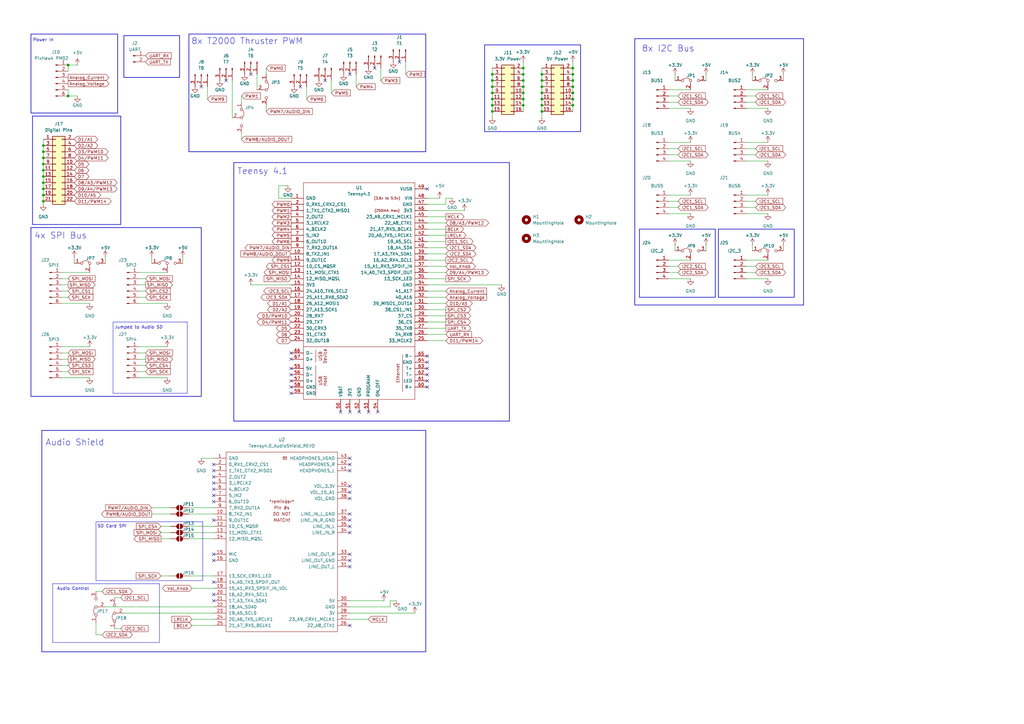
<source format=kicad_sch>
(kicad_sch (version 20231120) (generator "eeschema") (generator_version "8.0")
  (paper "A3")
  (title_block (title "Teensy Adapter Board") (rev "0") (company "Stanford Robosub") (comment 1 "Blame: Vassilis Alexopoulos") (comment 2 "valex@stanford.edu") (comment 3 "459 Lagunita Dr") (comment 4 "Stanford, CA"))
  (junction (at 201.93 33.02))
  (junction (at 234.95 33.02))
  (junction (at 234.95 40.64))
  (junction (at 17.78 80.01))
  (junction (at 201.93 35.56))
  (junction (at 214.63 40.64))
  (junction (at 234.95 30.48))
  (junction (at 222.25 38.1))
  (junction (at 17.78 77.47))
  (junction (at 17.78 67.31))
  (junction (at 234.95 43.18))
  (junction (at 214.63 38.1))
  (junction (at 234.95 35.56))
  (junction (at 201.93 38.1))
  (junction (at 201.93 45.72))
  (junction (at 214.63 33.02))
  (junction (at 222.25 30.48))
  (junction (at 214.63 35.56))
  (junction (at 17.78 62.23))
  (junction (at 17.78 64.77))
  (junction (at 17.78 59.69))
  (junction (at 222.25 40.64))
  (junction (at 214.63 27.94))
  (junction (at 17.78 72.39))
  (junction (at 222.25 43.18))
  (junction (at 222.25 35.56))
  (junction (at 214.63 43.18))
  (junction (at 214.63 30.48))
  (junction (at 201.93 43.18))
  (junction (at 201.93 30.48))
  (junction (at 27.94 39.37))
  (junction (at 17.78 82.55))
  (junction (at 27.94 26.67))
  (junction (at 222.25 33.02))
  (junction (at 222.25 45.72))
  (junction (at 17.78 74.93))
  (junction (at 17.78 69.85))
  (junction (at 234.95 27.94))
  (junction (at 201.93 40.64))
  (junction (at 234.95 38.1))
  (no_connect (at 143.51 201.93))
  (no_connect (at 133.35 33.02))
  (no_connect (at 87.63 227.33))
  (no_connect (at 143.51 229.87))
  (no_connect (at 102.87 30.48))
  (no_connect (at 143.51 213.36))
  (no_connect (at 143.51 218.44))
  (no_connect (at 143.51 256.54))
  (no_connect (at 143.51 190.5))
  (no_connect (at 147.32 168.91))
  (no_connect (at 87.63 190.5))
  (no_connect (at 175.26 151.13))
  (no_connect (at 87.63 198.12))
  (no_connect (at 175.26 77.47))
  (no_connect (at 119.38 156.21))
  (no_connect (at 143.51 215.9))
  (no_connect (at 175.26 156.21))
  (no_connect (at 87.63 246.38))
  (no_connect (at 143.51 210.82))
  (no_connect (at 119.38 151.13))
  (no_connect (at 119.38 153.67))
  (no_connect (at 92.71 33.02))
  (no_connect (at 175.26 146.05))
  (no_connect (at 119.38 158.75))
  (no_connect (at 143.51 168.91))
  (no_connect (at 143.51 199.39))
  (no_connect (at 87.63 213.36))
  (no_connect (at 123.19 35.56))
  (no_connect (at 87.63 243.84))
  (no_connect (at 143.51 204.47))
  (no_connect (at 87.63 193.04))
  (no_connect (at 153.67 27.94))
  (no_connect (at 143.51 232.41))
  (no_connect (at 143.51 187.96))
  (no_connect (at 175.26 148.59))
  (no_connect (at 143.51 193.04))
  (no_connect (at 119.38 161.29))
  (no_connect (at 143.51 30.48))
  (no_connect (at 119.38 144.78))
  (no_connect (at 119.38 147.32))
  (no_connect (at 151.13 168.91))
  (no_connect (at 175.26 158.75))
  (no_connect (at 87.63 205.74))
  (no_connect (at 143.51 227.33))
  (no_connect (at 87.63 195.58))
  (no_connect (at 154.94 168.91))
  (no_connect (at 87.63 203.2))
  (no_connect (at 87.63 200.66))
  (no_connect (at 163.83 25.4))
  (no_connect (at 82.55 35.56))
  (no_connect (at 139.7 168.91))
  (no_connect (at 87.63 229.87))
  (no_connect (at 175.26 153.67))
  (no_connect (at 87.63 238.76))
  (wire (pts (xy 57.15 147.32) (xy 59.69 147.32)))
  (wire (pts (xy 160.02 248.92) (xy 143.51 248.92)))
  (wire (pts (xy 274.32 80.01) (xy 283.21 80.01)))
  (wire (pts (xy 175.26 111.76) (xy 182.88 111.76)))
  (wire (pts (xy 274.32 114.3) (xy 283.21 114.3)))
  (wire (pts (xy 222.25 43.18) (xy 222.25 45.72)))
  (wire (pts (xy 306.07 66.04) (xy 314.96 66.04)))
  (wire (pts (xy 214.63 30.48) (xy 214.63 33.02)))
  (wire (pts (xy 306.07 82.55) (xy 309.88 82.55)))
  (wire (pts (xy 25.4 121.92) (xy 27.94 121.92)))
  (wire (pts (xy 109.22 27.94) (xy 109.22 30.48)))
  (wire (pts (xy 175.26 104.14) (xy 182.88 104.14)))
  (wire (pts (xy 17.78 74.93) (xy 17.78 77.47)))
  (wire (pts (xy 175.26 134.62) (xy 182.88 134.62)))
  (wire (pts (xy 306.07 58.42) (xy 314.96 58.42)))
  (wire (pts (xy 306.07 111.76) (xy 309.88 111.76)))
  (wire (pts (xy 143.51 254) (xy 151.13 254)))
  (wire (pts (xy 201.93 40.64) (xy 201.93 43.18)))
  (wire (pts (xy 66.04 236.22) (xy 69.85 236.22)))
  (wire (pts (xy 234.95 27.94) (xy 234.95 30.48)))
  (wire (pts (xy 146.05 35.56) (xy 146.05 30.48)))
  (wire (pts (xy 308.61 30.48) (xy 308.61 33.02)))
  (wire (pts (xy 274.32 87.63) (xy 283.21 87.63)))
  (wire (pts (xy 306.07 60.96) (xy 309.88 60.96)))
  (wire (pts (xy 17.78 82.55) (xy 17.78 83.82)))
  (wire (pts (xy 175.26 121.92) (xy 182.88 121.92)))
  (wire (pts (xy 39.37 255.27) (xy 39.37 260.35)))
  (wire (pts (xy 77.47 220.98) (xy 87.63 220.98)))
  (wire (pts (xy 17.78 72.39) (xy 17.78 74.93)))
  (wire (pts (xy 114.3 76.2) (xy 114.3 81.28)))
  (wire (pts (xy 25.4 142.24) (xy 36.83 142.24)))
  (wire (pts (xy 306.07 85.09) (xy 309.88 85.09)))
  (wire (pts (xy 306.07 36.83) (xy 314.96 36.83)))
  (wire (pts (xy 175.26 114.3) (xy 182.88 114.3)))
  (wire (pts (xy 57.15 152.4) (xy 59.69 152.4)))
  (wire (pts (xy 306.07 44.45) (xy 314.96 44.45)))
  (wire (pts (xy 274.32 41.91) (xy 278.13 41.91)))
  (wire (pts (xy 99.06 39.37) (xy 99.06 41.91)))
  (wire (pts (xy 17.78 67.31) (xy 17.78 69.85)))
  (wire (pts (xy 25.4 147.32) (xy 27.94 147.32)))
  (wire (pts (xy 82.55 187.96) (xy 87.63 187.96)))
  (wire (pts (xy 39.37 260.35) (xy 41.91 260.35)))
  (wire (pts (xy 175.26 106.68) (xy 182.88 106.68)))
  (wire (pts (xy 274.32 60.96) (xy 278.13 60.96)))
  (wire (pts (xy 182.88 81.28) (xy 185.42 81.28)))
  (wire (pts (xy 46.99 257.81) (xy 49.53 257.81)))
  (wire (pts (xy 17.78 62.23) (xy 17.78 64.77)))
  (wire (pts (xy 175.26 124.46) (xy 182.88 124.46)))
  (wire (pts (xy 95.25 48.26) (xy 95.25 33.02)))
  (wire (pts (xy 25.4 144.78) (xy 27.94 144.78)))
  (wire (pts (xy 175.26 137.16) (xy 182.88 137.16)))
  (wire (pts (xy 182.88 101.6) (xy 175.26 101.6)))
  (wire (pts (xy 17.78 77.47) (xy 17.78 80.01)))
  (wire (pts (xy 166.37 25.4) (xy 166.37 30.48)))
  (wire (pts (xy 27.94 26.67) (xy 27.94 29.21)))
  (wire (pts (xy 66.04 218.44) (xy 69.85 218.44)))
  (wire (pts (xy 62.23 208.28) (xy 69.85 208.28)))
  (wire (pts (xy 201.93 33.02) (xy 201.93 35.56)))
  (wire (pts (xy 234.95 43.18) (xy 234.95 45.72)))
  (wire (pts (xy 25.4 114.3) (xy 27.94 114.3)))
  (wire (pts (xy 201.93 30.48) (xy 201.93 33.02)))
  (wire (pts (xy 289.56 30.48) (xy 289.56 33.02)))
  (wire (pts (xy 78.74 241.3) (xy 87.63 241.3)))
  (wire (pts (xy 214.63 25.4) (xy 214.63 27.94)))
  (wire (pts (xy 25.4 111.76) (xy 36.83 111.76)))
  (wire (pts (xy 27.94 26.67) (xy 31.75 26.67)))
  (wire (pts (xy 66.04 215.9) (xy 69.85 215.9)))
  (wire (pts (xy 214.63 27.94) (xy 214.63 30.48)))
  (wire (pts (xy 222.25 33.02) (xy 222.25 35.56)))
  (wire (pts (xy 276.86 100.33) (xy 276.86 102.87)))
  (wire (pts (xy 274.32 39.37) (xy 278.13 39.37)))
  (wire (pts (xy 321.31 100.33) (xy 321.31 102.87)))
  (wire (pts (xy 160.02 246.38) (xy 162.56 246.38)))
  (wire (pts (xy 175.26 139.7) (xy 182.88 139.7)))
  (wire (pts (xy 201.93 38.1) (xy 201.93 40.64)))
  (wire (pts (xy 77.47 215.9) (xy 87.63 215.9)))
  (wire (pts (xy 43.18 105.41) (xy 43.18 107.95)))
  (wire (pts (xy 77.47 208.28) (xy 87.63 208.28)))
  (wire (pts (xy 222.25 30.48) (xy 222.25 33.02)))
  (wire (pts (xy 234.95 35.56) (xy 234.95 38.1)))
  (wire (pts (xy 77.47 236.22) (xy 87.63 236.22)))
  (wire (pts (xy 25.4 116.84) (xy 27.94 116.84)))
  (wire (pts (xy 308.61 100.33) (xy 308.61 102.87)))
  (wire (pts (xy 57.15 142.24) (xy 68.58 142.24)))
  (wire (pts (xy 156.21 27.94) (xy 156.21 33.02)))
  (wire (pts (xy 25.4 124.46) (xy 36.83 124.46)))
  (wire (pts (xy 306.07 41.91) (xy 309.88 41.91)))
  (wire (pts (xy 306.07 106.68) (xy 314.96 106.68)))
  (wire (pts (xy 175.26 86.36) (xy 190.5 86.36)))
  (wire (pts (xy 105.41 30.48) (xy 105.41 36.83)))
  (wire (pts (xy 85.09 40.64) (xy 85.09 35.56)))
  (wire (pts (xy 214.63 40.64) (xy 214.63 43.18)))
  (wire (pts (xy 57.15 144.78) (xy 59.69 144.78)))
  (wire (pts (xy 57.15 114.3) (xy 59.69 114.3)))
  (wire (pts (xy 201.93 43.18) (xy 201.93 45.72)))
  (wire (pts (xy 306.07 63.5) (xy 309.88 63.5)))
  (wire (pts (xy 43.18 248.92) (xy 87.63 248.92)))
  (wire (pts (xy 274.32 66.04) (xy 283.21 66.04)))
  (wire (pts (xy 175.26 93.98) (xy 182.88 93.98)))
  (wire (pts (xy 57.15 124.46) (xy 68.58 124.46)))
  (wire (pts (xy 201.93 45.72) (xy 201.93 48.26)))
  (wire (pts (xy 57.15 116.84) (xy 59.69 116.84)))
  (wire (pts (xy 234.95 33.02) (xy 234.95 35.56)))
  (wire (pts (xy 25.4 119.38) (xy 27.94 119.38)))
  (wire (pts (xy 57.15 121.92) (xy 59.69 121.92)))
  (wire (pts (xy 234.95 38.1) (xy 234.95 40.64)))
  (wire (pts (xy 27.94 39.37) (xy 31.75 39.37)))
  (wire (pts (xy 306.07 80.01) (xy 314.96 80.01)))
  (wire (pts (xy 274.32 36.83) (xy 283.21 36.83)))
  (wire (pts (xy 118.11 76.2) (xy 114.3 76.2)))
  (wire (pts (xy 66.04 220.98) (xy 69.85 220.98)))
  (wire (pts (xy 160.02 246.38) (xy 160.02 248.92)))
  (wire (pts (xy 274.32 63.5) (xy 278.13 63.5)))
  (wire (pts (xy 306.07 109.22) (xy 309.88 109.22)))
  (wire (pts (xy 274.32 106.68) (xy 283.21 106.68)))
  (wire (pts (xy 274.32 58.42) (xy 283.21 58.42)))
  (wire (pts (xy 182.88 83.82) (xy 175.26 83.82)))
  (wire (pts (xy 143.51 251.46) (xy 170.18 251.46)))
  (wire (pts (xy 274.32 82.55) (xy 278.13 82.55)))
  (wire (pts (xy 46.99 245.11) (xy 49.53 245.11)))
  (wire (pts (xy 27.94 36.83) (xy 27.94 39.37)))
  (wire (pts (xy 222.25 27.94) (xy 222.25 30.48)))
  (wire (pts (xy 321.31 30.48) (xy 321.31 33.02)))
  (wire (pts (xy 77.47 218.44) (xy 87.63 218.44)))
  (wire (pts (xy 109.22 45.72) (xy 109.22 43.18)))
  (wire (pts (xy 175.26 132.08) (xy 182.88 132.08)))
  (wire (pts (xy 50.8 251.46) (xy 87.63 251.46)))
  (wire (pts (xy 17.78 64.77) (xy 17.78 67.31)))
  (wire (pts (xy 276.86 30.48) (xy 276.86 33.02)))
  (wire (pts (xy 274.32 44.45) (xy 283.21 44.45)))
  (wire (pts (xy 78.74 254) (xy 87.63 254)))
  (wire (pts (xy 17.78 57.15) (xy 17.78 59.69)))
  (wire (pts (xy 182.88 129.54) (xy 175.26 129.54)))
  (wire (pts (xy 30.48 105.41) (xy 30.48 107.95)))
  (wire (pts (xy 274.32 109.22) (xy 278.13 109.22)))
  (wire (pts (xy 175.26 88.9) (xy 182.88 88.9)))
  (wire (pts (xy 222.25 38.1) (xy 222.25 40.64)))
  (wire (pts (xy 234.95 30.48) (xy 234.95 33.02)))
  (wire (pts (xy 214.63 43.18) (xy 214.63 45.72)))
  (wire (pts (xy 201.93 35.56) (xy 201.93 38.1)))
  (wire (pts (xy 77.47 210.82) (xy 87.63 210.82)))
  (wire (pts (xy 289.56 100.33) (xy 289.56 102.87)))
  (wire (pts (xy 182.88 81.28) (xy 182.88 83.82)))
  (wire (pts (xy 78.74 256.54) (xy 87.63 256.54)))
  (wire (pts (xy 175.26 116.84) (xy 205.74 116.84)))
  (wire (pts (xy 99.06 54.61) (xy 99.06 57.15)))
  (wire (pts (xy 214.63 33.02) (xy 214.63 35.56)))
  (wire (pts (xy 175.26 96.52) (xy 182.88 96.52)))
  (wire (pts (xy 306.07 39.37) (xy 309.88 39.37)))
  (wire (pts (xy 214.63 35.56) (xy 214.63 38.1)))
  (wire (pts (xy 57.15 149.86) (xy 59.69 149.86)))
  (wire (pts (xy 17.78 59.69) (xy 17.78 62.23)))
  (wire (pts (xy 25.4 154.94) (xy 36.83 154.94)))
  (wire (pts (xy 125.73 40.64) (xy 125.73 35.56)))
  (wire (pts (xy 62.23 210.82) (xy 69.85 210.82)))
  (wire (pts (xy 17.78 69.85) (xy 17.78 72.39)))
  (wire (pts (xy 175.26 109.22) (xy 182.88 109.22)))
  (wire (pts (xy 57.15 119.38) (xy 59.69 119.38)))
  (wire (pts (xy 25.4 152.4) (xy 27.94 152.4)))
  (wire (pts (xy 222.25 40.64) (xy 222.25 43.18)))
  (wire (pts (xy 201.93 27.94) (xy 201.93 30.48)))
  (wire (pts (xy 175.26 91.44) (xy 182.88 91.44)))
  (wire (pts (xy 102.87 116.84) (xy 119.38 116.84)))
  (wire (pts (xy 57.15 154.94) (xy 68.58 154.94)))
  (wire (pts (xy 114.3 81.28) (xy 119.38 81.28)))
  (wire (pts (xy 182.88 99.06) (xy 175.26 99.06)))
  (wire (pts (xy 175.26 81.28) (xy 180.34 81.28)))
  (wire (pts (xy 222.25 45.72) (xy 222.25 48.26)))
  (wire (pts (xy 214.63 38.1) (xy 214.63 40.64)))
  (wire (pts (xy 62.23 105.41) (xy 62.23 107.95)))
  (wire (pts (xy 57.15 111.76) (xy 68.58 111.76)))
  (wire (pts (xy 143.51 246.38) (xy 157.48 246.38)))
  (wire (pts (xy 39.37 242.57) (xy 41.91 242.57)))
  (wire (pts (xy 274.32 111.76) (xy 278.13 111.76)))
  (wire (pts (xy 17.78 80.01) (xy 17.78 82.55)))
  (wire (pts (xy 274.32 85.09) (xy 278.13 85.09)))
  (wire (pts (xy 306.07 87.63) (xy 314.96 87.63)))
  (wire (pts (xy 234.95 25.4) (xy 234.95 27.94)))
  (wire (pts (xy 234.95 40.64) (xy 234.95 43.18)))
  (wire (pts (xy 182.88 127) (xy 175.26 127)))
  (wire (pts (xy 135.89 38.1) (xy 135.89 33.02)))
  (wire (pts (xy 25.4 149.86) (xy 27.94 149.86)))
  (wire (pts (xy 222.25 35.56) (xy 222.25 38.1)))
  (wire (pts (xy 175.26 119.38) (xy 182.88 119.38)))
  (wire (pts (xy 74.93 105.41) (xy 74.93 107.95)))
  (wire (pts (xy 306.07 114.3) (xy 314.96 114.3)))
  (rectangle (start 50.8 14.605) (end 73.66 31.75) (stroke (width 0.254)))
  (rectangle (start 198.755 18.415) (end 238.125 53.975) (stroke (width 0.254)))
  (rectangle (start 13.335 47.625) (end 49.53 92.075) (stroke (width 0.254)))
  (rectangle (start 46.355 132.08) (end 76.835 161.29))
  (rectangle (start 21.59 239.395) (end 65.405 263.525))
  (rectangle (start 260.35 15.875) (end 329.565 125.095) (stroke (width 0.254)))
  (rectangle (start 95.885 66.675) (end 208.915 172.72) (stroke (width 0.254)))
  (rectangle (start 294.64 93.98) (end 325.755 121.92) (stroke (width 0.254)))
  (rectangle (start 12.7 13.97) (end 48.26 46.355) (stroke (width 0.254)))
  (rectangle (start 262.255 93.98) (end 293.37 121.92) (stroke (width 0.254)))
  (rectangle (start 39.37 213.995) (end 83.185 238.125))
  (rectangle (start 77.47 13.97) (end 174.625 62.23) (stroke (width 0.254)))
  (rectangle (start 12.7 93.345) (end 82.55 162.56) (stroke (width 0.254)))
  (rectangle (start 17.145 176.53) (end 174.625 267.335) (stroke (width 0.254)))
  (text "8x T2000 Thruster PWM" (at 101.346 17.018 0) (effects (font (size 2.54 2.54))))
  (text "4x SPI Bus" (at 24.892 96.774 0) (effects (font (size 2.54 2.54))))
  (text "Teensy 4.1" (at 107.696 70.358 0) (effects (font (size 2.54 2.54))))
  (text "Audio Control" (at 29.972 241.554 0) (effects (font (size 1.27 1.27))))
  (text "SD Card SPI" (at 45.974 215.9 0) (effects (font (size 1.27 1.27))))
  (text "Power In" (at 17.78 16.51 0) (effects (font (size 1.27 1.27))))
  (text "Audio Shield" (at 30.734 181.61 0) (effects (font (size 2.54 2.54))))
  (text "Jumped to Audio SD" (at 56.896 134.366 0) (effects (font (size 1.27 1.27))))
  (text "8x I2C Bus" (at 274.066 20.066 0) (effects (font (size 2.54 2.54))))
  (global_label "SPI_SCK" (shape output) (at 182.88 114.3 0) (property "Intersheetrefs" "${INTERSHEET_REFS}" (effects (hide yes))))
  (global_label "SPI_MISO" (shape output) (at 27.94 147.32 0) (property "Intersheetrefs" "${INTERSHEET_REFS}" (effects (hide yes))))
  (global_label "PWM4" (shape input) (at 146.05 35.56 0) (property "Intersheetrefs" "${INTERSHEET_REFS}" (effects (hide yes))))
  (global_label "I2C1_SDA" (shape bidirectional) (at 278.13 85.09 0) (property "Intersheetrefs" "${INTERSHEET_REFS}" (effects (hide yes))))
  (global_label "I2C2_SCL" (shape input) (at 49.53 257.81 0) (property "Intersheetrefs" "${INTERSHEET_REFS}" (effects (hide yes))))
  (global_label "I2C1_SCL" (shape input) (at 309.88 82.55 0) (property "Intersheetrefs" "${INTERSHEET_REFS}" (effects (hide yes))))
  (global_label "D7" (shape bidirectional) (at 119.38 139.7 180) (property "Intersheetrefs" "${INTERSHEET_REFS}" (effects (hide yes))))
  (global_label "SPI_MOSI" (shape input) (at 59.69 114.3 0) (property "Intersheetrefs" "${INTERSHEET_REFS}" (effects (hide yes))))
  (global_label "PWM2" (shape output) (at 119.38 88.9 180) (property "Intersheetrefs" "${INTERSHEET_REFS}" (effects (hide yes))))
  (global_label "PWM8{slash}AUDIO_DOUT" (shape output) (at 62.23 210.82 180) (property "Intersheetrefs" "${INTERSHEET_REFS}" (effects (hide yes))))
  (global_label "PWM6" (shape input) (at 125.73 40.64 0) (property "Intersheetrefs" "${INTERSHEET_REFS}" (effects (hide yes))))
  (global_label "I2C2_SCL" (shape input) (at 278.13 109.22 0) (property "Intersheetrefs" "${INTERSHEET_REFS}" (effects (hide yes))))
  (global_label "SPI_CS3" (shape output) (at 182.88 129.54 0) (property "Intersheetrefs" "${INTERSHEET_REFS}" (effects (hide yes))))
  (global_label "PWM1" (shape input) (at 99.06 39.37 0) (property "Intersheetrefs" "${INTERSHEET_REFS}" (effects (hide yes))))
  (global_label "I2C1_SDA" (shape bidirectional) (at 182.88 101.6 0) (property "Intersheetrefs" "${INTERSHEET_REFS}" (effects (hide yes))))
  (global_label "Vol_Knob" (shape bidirectional) (at 182.88 109.22 0) (property "Intersheetrefs" "${INTERSHEET_REFS}" (effects (hide yes))))
  (global_label "I2C3_SDA" (shape bidirectional) (at 309.88 111.76 0) (property "Intersheetrefs" "${INTERSHEET_REFS}" (effects (hide yes))))
  (global_label "Analog_Voltage" (shape output) (at 27.94 34.29 0) (property "Intersheetrefs" "${INTERSHEET_REFS}" (effects (hide yes))))
  (global_label "PWM9" (shape input) (at 85.09 40.64 0) (property "Intersheetrefs" "${INTERSHEET_REFS}" (effects (hide yes))))
  (global_label "PWM7{slash}AUDIO_DIN" (shape input) (at 62.23 208.28 180) (property "Intersheetrefs" "${INTERSHEET_REFS}" (effects (hide yes))))
  (global_label "I2C1_SCL" (shape output) (at 182.88 99.06 0) (property "Intersheetrefs" "${INTERSHEET_REFS}" (effects (hide yes))))
  (global_label "I2C3_SCL" (shape input) (at 309.88 109.22 0) (property "Intersheetrefs" "${INTERSHEET_REFS}" (effects (hide yes))))
  (global_label "I2C1_SCL" (shape input) (at 278.13 39.37 0) (property "Intersheetrefs" "${INTERSHEET_REFS}" (effects (hide yes))))
  (global_label "PWM8{slash}AUDIO_DOUT" (shape input) (at 119.38 104.14 180) (property "Intersheetrefs" "${INTERSHEET_REFS}" (effects (hide yes))))
  (global_label "PWM7{slash}AUDIO_DIN" (shape output) (at 119.38 101.6 180) (property "Intersheetrefs" "${INTERSHEET_REFS}" (effects (hide yes))))
  (global_label "PWM5" (shape input) (at 135.89 38.1 0) (property "Intersheetrefs" "${INTERSHEET_REFS}" (effects (hide yes))))
  (global_label "D4{slash}PWM11" (shape bidirectional) (at 30.48 64.77 0) (property "Intersheetrefs" "${INTERSHEET_REFS}" (effects (hide yes))))
  (global_label "SPI_CS4" (shape input) (at 59.69 149.86 0) (property "Intersheetrefs" "${INTERSHEET_REFS}" (effects (hide yes))))
  (global_label "UART_TX" (shape input) (at 59.69 25.4 0) (property "Intersheetrefs" "${INTERSHEET_REFS}" (effects (hide yes))))
  (global_label "D11{slash}PWM14" (shape bidirectional) (at 182.88 139.7 0) (property "Intersheetrefs" "${INTERSHEET_REFS}" (effects (hide yes))))
  (global_label "LRCLK" (shape output) (at 182.88 96.52 0) (property "Intersheetrefs" "${INTERSHEET_REFS}" (effects (hide yes))))
  (global_label "D8{slash}A3{slash}PWM12" (shape bidirectional) (at 30.48 74.93 0) (property "Intersheetrefs" "${INTERSHEET_REFS}" (effects (hide yes))))
  (global_label "SPI_CS3" (shape input) (at 27.94 149.86 0) (property "Intersheetrefs" "${INTERSHEET_REFS}" (effects (hide yes))))
  (global_label "PWM0" (shape input) (at 109.22 27.94 0) (property "Intersheetrefs" "${INTERSHEET_REFS}" (effects (hide yes))))
  (global_label "D4{slash}PWM11" (shape bidirectional) (at 119.38 132.08 180) (property "Intersheetrefs" "${INTERSHEET_REFS}" (effects (hide yes))))
  (global_label "PWM3" (shape output) (at 119.38 91.44 180) (property "Intersheetrefs" "${INTERSHEET_REFS}" (effects (hide yes))))
  (global_label "D5" (shape bidirectional) (at 30.48 67.31 0) (property "Intersheetrefs" "${INTERSHEET_REFS}" (effects (hide yes))))
  (global_label "SPI_MISO" (shape output) (at 59.69 116.84 0) (property "Intersheetrefs" "${INTERSHEET_REFS}" (effects (hide yes))))
  (global_label "Analog_Current" (shape output) (at 27.94 31.75 0) (property "Intersheetrefs" "${INTERSHEET_REFS}" (effects (hide yes))))
  (global_label "SPI_MOSI" (shape input) (at 66.04 218.44 180) (property "Intersheetrefs" "${INTERSHEET_REFS}" (effects (hide yes))))
  (global_label "I2C1_SDA" (shape bidirectional) (at 309.88 85.09 0) (property "Intersheetrefs" "${INTERSHEET_REFS}" (effects (hide yes))))
  (global_label "D10{slash}A5" (shape bidirectional) (at 182.88 124.46 0) (property "Intersheetrefs" "${INTERSHEET_REFS}" (effects (hide yes))))
  (global_label "I2C3_SCL" (shape output) (at 119.38 119.38 180) (property "Intersheetrefs" "${INTERSHEET_REFS}" (effects (hide yes))))
  (global_label "I2C2_SCL" (shape output) (at 182.88 106.68 0) (property "Intersheetrefs" "${INTERSHEET_REFS}" (effects (hide yes))))
  (global_label "SPI_CS2" (shape output) (at 182.88 127 0) (property "Intersheetrefs" "${INTERSHEET_REFS}" (effects (hide yes))))
  (global_label "SPI_CS4" (shape input) (at 66.04 215.9 180) (property "Intersheetrefs" "${INTERSHEET_REFS}" (effects (hide yes))))
  (global_label "D1{slash}A1" (shape bidirectional) (at 119.38 124.46 180) (property "Intersheetrefs" "${INTERSHEET_REFS}" (effects (hide yes))))
  (global_label "LRCLK" (shape input) (at 78.74 254 180) (property "Intersheetrefs" "${INTERSHEET_REFS}" (effects (hide yes))))
  (global_label "PWM7{slash}AUDIO_DIN" (shape input) (at 109.22 45.72 0) (property "Intersheetrefs" "${INTERSHEET_REFS}" (effects (hide yes))))
  (global_label "I2C1_SDA" (shape bidirectional) (at 309.88 41.91 0) (property "Intersheetrefs" "${INTERSHEET_REFS}" (effects (hide yes))))
  (global_label "SPI_MOSI" (shape input) (at 27.94 114.3 0) (property "Intersheetrefs" "${INTERSHEET_REFS}" (effects (hide yes))))
  (global_label "SPI_MISO" (shape output) (at 66.04 220.98 180) (property "Intersheetrefs" "${INTERSHEET_REFS}" (effects (hide yes))))
  (global_label "PWM0" (shape output) (at 119.38 83.82 180) (property "Intersheetrefs" "${INTERSHEET_REFS}" (effects (hide yes))))
  (global_label "I2C1_SCL" (shape input) (at 309.88 39.37 0) (property "Intersheetrefs" "${INTERSHEET_REFS}" (effects (hide yes))))
  (global_label "PWM9" (shape output) (at 119.38 106.68 180) (property "Intersheetrefs" "${INTERSHEET_REFS}" (effects (hide yes))))
  (global_label "MCLK" (shape input) (at 151.13 254 0) (property "Intersheetrefs" "${INTERSHEET_REFS}" (effects (hide yes))))
  (global_label "SPI_CS2" (shape input) (at 59.69 119.38 0) (property "Intersheetrefs" "${INTERSHEET_REFS}" (effects (hide yes))))
  (global_label "D6" (shape bidirectional) (at 30.48 69.85 0) (property "Intersheetrefs" "${INTERSHEET_REFS}" (effects (hide yes))))
  (global_label "Analog_Current" (shape input) (at 182.88 119.38 0) (property "Intersheetrefs" "${INTERSHEET_REFS}" (effects (hide yes))))
  (global_label "SPI_MISO" (shape output) (at 59.69 147.32 0) (property "Intersheetrefs" "${INTERSHEET_REFS}" (effects (hide yes))))
  (global_label "D1{slash}A1" (shape bidirectional) (at 30.48 57.15 0) (property "Intersheetrefs" "${INTERSHEET_REFS}" (effects (hide yes))))
  (global_label "UART_RX" (shape input) (at 59.69 22.86 0) (property "Intersheetrefs" "${INTERSHEET_REFS}" (effects (hide yes))))
  (global_label "I2C1_SDA" (shape bidirectional) (at 278.13 63.5 0) (property "Intersheetrefs" "${INTERSHEET_REFS}" (effects (hide yes))))
  (global_label "SPI_CS4" (shape output) (at 182.88 132.08 0) (property "Intersheetrefs" "${INTERSHEET_REFS}" (effects (hide yes))))
  (global_label "SPI_SCK" (shape input) (at 59.69 121.92 0) (property "Intersheetrefs" "${INTERSHEET_REFS}" (effects (hide yes))))
  (global_label "PWM5" (shape output) (at 119.38 96.52 180) (property "Intersheetrefs" "${INTERSHEET_REFS}" (effects (hide yes))))
  (global_label "I2C1_SCL" (shape input) (at 278.13 82.55 0) (property "Intersheetrefs" "${INTERSHEET_REFS}" (effects (hide yes))))
  (global_label "D8{slash}A3{slash}PWM12" (shape bidirectional) (at 182.88 91.44 0) (property "Intersheetrefs" "${INTERSHEET_REFS}" (effects (hide yes))))
  (global_label "I2C1_SCL" (shape input) (at 49.53 245.11 0) (property "Intersheetrefs" "${INTERSHEET_REFS}" (effects (hide yes))))
  (global_label "PWM8{slash}AUDIO_DOUT" (shape input) (at 99.06 57.15 0) (property "Intersheetrefs" "${INTERSHEET_REFS}" (effects (hide yes))))
  (global_label "D2{slash}A2" (shape bidirectional) (at 119.38 127 180) (property "Intersheetrefs" "${INTERSHEET_REFS}" (effects (hide yes))))
  (global_label "D6" (shape bidirectional) (at 119.38 137.16 180) (property "Intersheetrefs" "${INTERSHEET_REFS}" (effects (hide yes))))
  (global_label "BCLK" (shape input) (at 78.74 256.54 180) (property "Intersheetrefs" "${INTERSHEET_REFS}" (effects (hide yes))))
  (global_label "I2C2_SDA" (shape bidirectional) (at 182.88 104.14 0) (property "Intersheetrefs" "${INTERSHEET_REFS}" (effects (hide yes))))
  (global_label "I2C2_SDA" (shape bidirectional) (at 278.13 111.76 0) (property "Intersheetrefs" "${INTERSHEET_REFS}" (effects (hide yes))))
  (global_label "Analog_Voltage" (shape input) (at 182.88 121.92 0) (property "Intersheetrefs" "${INTERSHEET_REFS}" (effects (hide yes))))
  (global_label "SPI_SCK" (shape input) (at 59.69 152.4 0) (property "Intersheetrefs" "${INTERSHEET_REFS}" (effects (hide yes))))
  (global_label "SPI_CS1" (shape input) (at 27.94 119.38 0) (property "Intersheetrefs" "${INTERSHEET_REFS}" (effects (hide yes))))
  (global_label "D3{slash}PWM10" (shape bidirectional) (at 119.38 129.54 180) (property "Intersheetrefs" "${INTERSHEET_REFS}" (effects (hide yes))))
  (global_label "D9{slash}A4{slash}PWM13" (shape bidirectional) (at 30.48 77.47 0) (property "Intersheetrefs" "${INTERSHEET_REFS}" (effects (hide yes))))
  (global_label "I2C1_SCL" (shape input) (at 309.88 60.96 0) (property "Intersheetrefs" "${INTERSHEET_REFS}" (effects (hide yes))))
  (global_label "D9{slash}A4{slash}PWM13" (shape bidirectional) (at 182.88 111.76 0) (property "Intersheetrefs" "${INTERSHEET_REFS}" (effects (hide yes))))
  (global_label "I2C3_SDA" (shape bidirectional) (at 119.38 121.92 180) (property "Intersheetrefs" "${INTERSHEET_REFS}" (effects (hide yes))))
  (global_label "MCLK" (shape output) (at 182.88 88.9 0) (property "Intersheetrefs" "${INTERSHEET_REFS}" (effects (hide yes))))
  (global_label "D7" (shape bidirectional) (at 30.48 72.39 0) (property "Intersheetrefs" "${INTERSHEET_REFS}" (effects (hide yes))))
  (global_label "SPI_MOSI" (shape output) (at 119.38 111.76 180) (property "Intersheetrefs" "${INTERSHEET_REFS}" (effects (hide yes))))
  (global_label "I2C1_SDA" (shape bidirectional) (at 309.88 63.5 0) (property "Intersheetrefs" "${INTERSHEET_REFS}" (effects (hide yes))))
  (global_label "SPI_MISO" (shape output) (at 27.94 116.84 0) (property "Intersheetrefs" "${INTERSHEET_REFS}" (effects (hide yes))))
  (global_label "UART_TX" (shape output) (at 182.88 134.62 0) (property "Intersheetrefs" "${INTERSHEET_REFS}" (effects (hide yes))))
  (global_label "SPI_MISO" (shape input) (at 119.38 114.3 180) (property "Intersheetrefs" "${INTERSHEET_REFS}" (effects (hide yes))))
  (global_label "D3{slash}PWM10" (shape bidirectional) (at 30.48 62.23 0) (property "Intersheetrefs" "${INTERSHEET_REFS}" (effects (hide yes))))
  (global_label "D10{slash}A5" (shape bidirectional) (at 30.48 80.01 0) (property "Intersheetrefs" "${INTERSHEET_REFS}" (effects (hide yes))))
  (global_label "SPI_SCK" (shape input) (at 27.94 121.92 0) (property "Intersheetrefs" "${INTERSHEET_REFS}" (effects (hide yes))))
  (global_label "PWM3" (shape input) (at 156.21 33.02 0) (property "Intersheetrefs" "${INTERSHEET_REFS}" (effects (hide yes))))
  (global_label "SPI_CS1" (shape output) (at 119.38 109.22 180) (property "Intersheetrefs" "${INTERSHEET_REFS}" (effects (hide yes))))
  (global_label "PWM6" (shape output) (at 119.38 99.06 180) (property "Intersheetrefs" "${INTERSHEET_REFS}" (effects (hide yes))))
  (global_label "UART_RX" (shape input) (at 182.88 137.16 0) (property "Intersheetrefs" "${INTERSHEET_REFS}" (effects (hide yes))))
  (global_label "I2C2_SDA" (shape bidirectional) (at 41.91 260.35 0) (property "Intersheetrefs" "${INTERSHEET_REFS}" (effects (hide yes))))
  (global_label "SPI_SCK" (shape input) (at 66.04 236.22 180) (property "Intersheetrefs" "${INTERSHEET_REFS}" (effects (hide yes))))
  (global_label "D5" (shape bidirectional) (at 119.38 134.62 180) (property "Intersheetrefs" "${INTERSHEET_REFS}" (effects (hide yes))))
  (global_label "SPI_MOSI" (shape input) (at 27.94 144.78 0) (property "Intersheetrefs" "${INTERSHEET_REFS}" (effects (hide yes))))
  (global_label "PWM4" (shape output) (at 119.38 93.98 180) (property "Intersheetrefs" "${INTERSHEET_REFS}" (effects (hide yes))))
  (global_label "SPI_SCK" (shape input) (at 27.94 152.4 0) (property "Intersheetrefs" "${INTERSHEET_REFS}" (effects (hide yes))))
  (global_label "I2C1_SDA" (shape bidirectional) (at 41.91 242.57 0) (property "Intersheetrefs" "${INTERSHEET_REFS}" (effects (hide yes))))
  (global_label "PWM2" (shape input) (at 166.37 30.48 0) (property "Intersheetrefs" "${INTERSHEET_REFS}" (effects (hide yes))))
  (global_label "SPI_MOSI" (shape input) (at 59.69 144.78 0) (property "Intersheetrefs" "${INTERSHEET_REFS}" (effects (hide yes))))
  (global_label "PWM1" (shape output) (at 119.38 86.36 180) (property "Intersheetrefs" "${INTERSHEET_REFS}" (effects (hide yes))))
  (global_label "D11{slash}PWM14" (shape bidirectional) (at 30.48 82.55 0) (property "Intersheetrefs" "${INTERSHEET_REFS}" (effects (hide yes))))
  (global_label "I2C1_SCL" (shape input) (at 278.13 60.96 0) (property "Intersheetrefs" "${INTERSHEET_REFS}" (effects (hide yes))))
  (global_label "I2C1_SDA" (shape bidirectional) (at 278.13 41.91 0) (property "Intersheetrefs" "${INTERSHEET_REFS}" (effects (hide yes))))
  (global_label "Vol_Knob" (shape bidirectional) (at 78.74 241.3 180) (property "Intersheetrefs" "${INTERSHEET_REFS}" (effects (hide yes))))
  (global_label "D2{slash}A2" (shape bidirectional) (at 30.48 59.69 0) (property "Intersheetrefs" "${INTERSHEET_REFS}" (effects (hide yes))))
  (global_label "BCLK" (shape output) (at 182.88 93.98 0) (property "Intersheetrefs" "${INTERSHEET_REFS}" (effects (hide yes))))
  (symbol (lib_id "power:GND") (at 314.96 114.3 0) (unit 1)
    (property "Reference" "#PWR053" (effects (hide yes)))
    (property "Value" "GND" (at 314.96 119.38 0))
    (property "Description" "Power symbol creates a global label with name \"GND\" , ground" (effects (hide yes)))
  )
  (symbol (lib_id "Jumper:SolderJumper_2_Open") (at 73.66 215.9 0) (unit 1) (exclude_from_sim yes) (in_bom no)
    (property "Reference" "JP13" (at 77.216 214.63 0))
    (property "Value" "AUDIO_CS" (effects (hide yes)))
    (property "Footprint" "Jumper:SolderJumper-2_P1.3mm_Open_Pad1.0x1.5mm" (effects (hide yes)))
    (property "Description" "Solder Jumper, 2-pole, open" (effects (hide yes)))
  )
  (symbol (lib_id "power:+3.3V") (at 276.86 30.48 0) (unit 1)
    (property "Reference" "#PWR08" (effects (hide yes)))
    (property "Value" "+3.3V" (at 276.86 26.67 0))
    (property "Description" "Power symbol creates a global label with name \"+3.3V\"" (effects (hide yes)))
  )
  (symbol (lib_id "Connector:Conn_01x03_Pin") (at 143.51 25.4 270) (unit 1)
    (property "Reference" "J5" (at 143.51 20.32 90))
    (property "Value" "T3" (at 143.51 22.86 90))
    (property "Footprint" "Connector_PinSocket_2.54mm:PinSocket_1x03_P2.54mm_Vertical" (effects (hide yes)))
    (property "Description" "Generic connector, single row, 01x03, script generated" (effects (hide yes)))
  )
  (symbol (lib_id "power:GND") (at 222.25 48.26 0) (unit 1)
    (property "Reference" "#PWR020" (effects (hide yes)))
    (property "Value" "GND" (at 222.25 52.578 0))
    (property "Description" "Power symbol creates a global label with name \"GND\" , ground" (effects (hide yes)))
  )
  (symbol (lib_id "Connector:Conn_01x06_Pin") (at 20.32 147.32 0) (unit 1)
    (property "Reference" "J26" (at 18.542 137.16 0))
    (property "Value" "SPI3" (at 22.098 139.192 0))
    (property "Footprint" "Connector_PinSocket_2.54mm:PinSocket_1x06_P2.54mm_Vertical" (effects (hide yes)))
    (property "Description" "Generic connector, single row, 01x06, script generated" (effects (hide yes)))
  )
  (symbol (lib_id "power:GND") (at 314.96 87.63 0) (unit 1)
    (property "Reference" "#PWR043" (effects (hide yes)))
    (property "Value" "GND" (at 314.96 92.71 0))
    (property "Description" "Power symbol creates a global label with name \"GND\" , ground" (effects (hide yes)))
  )
  (symbol (lib_id "power:GND") (at 201.93 48.26 0) (unit 1)
    (property "Reference" "#PWR019" (effects (hide yes)))
    (property "Value" "GND" (at 201.93 52.578 0))
    (property "Description" "Power symbol creates a global label with name \"GND\" , ground" (effects (hide yes)))
  )
  (symbol (lib_id "Mechanical:MountingHole") (at 215.9 90.17 0) (unit 1) (exclude_from_sim yes) (in_bom no)
    (property "Reference" "H1" (at 218.44 88.8999 0) (effects (justify left)))
    (property "Value" "MountingHole" (at 218.44 91.4399 0) (effects (justify left)))
    (property "Footprint" "MountingHole:MountingHole_3.2mm_M3" (effects (hide yes)))
    (property "Description" "Mounting Hole without connection" (effects (hide yes)))
  )
  (symbol (lib_id "power:+3.3V") (at 62.23 105.41 0) (unit 1)
    (property "Reference" "#PWR038" (effects (hide yes)))
    (property "Value" "+3.3V" (at 62.23 101.6 0))
    (property "Description" "Power symbol creates a global label with name \"+3.3V\"" (effects (hide yes)))
  )
  (symbol (lib_id "power:+5V") (at 321.31 30.48 0) (unit 1)
    (property "Reference" "#PWR011" (effects (hide yes)))
    (property "Value" "+5V" (at 321.31 26.67 0))
    (property "Description" "Power symbol creates a global label with name \"+5V\"" (effects (hide yes)))
  )
  (symbol (lib_id "Jumper:Jumper_3_Bridged12") (at 314.96 33.02 0) (unit 1) (exclude_from_sim yes) (in_bom no)
    (property "Reference" "JP2" (at 315.214 30.988 0))
    (property "Value" "BUS2_PWR" (effects (hide yes)))
    (property "Footprint" "Connector_PinSocket_2.54mm:PinSocket_1x03_P2.54mm_Vertical" (effects (hide yes)))
    (property "Description" "Jumper, 3-pole, pins 1+2 closed/bridged" (effects (hide yes)))
  )
  (symbol (lib_id "power:+3.3V") (at 68.58 142.24 0) (unit 1)
    (property "Reference" "#PWR055" (effects (hide yes)))
    (property "Value" "+3.3V" (at 68.58 138.43 0))
    (property "Description" "Power symbol creates a global label with name \"+3.3V\"" (effects (hide yes)))
  )
  (symbol (lib_id "power:+3.3V") (at 308.61 30.48 0) (unit 1)
    (property "Reference" "#PWR010" (effects (hide yes)))
    (property "Value" "+3.3V" (at 308.61 26.67 0))
    (property "Description" "Power symbol creates a global label with name \"+3.3V\"" (effects (hide yes)))
  )
  (symbol (lib_id "Jumper:Jumper_3_Bridged12") (at 68.58 107.95 0) (unit 1) (exclude_from_sim yes) (in_bom no)
    (property "Reference" "JP8" (at 68.834 105.918 0))
    (property "Value" "SPI2_PWR" (effects (hide yes)))
    (property "Footprint" "Connector_PinSocket_2.54mm:PinSocket_1x03_P2.54mm_Vertical" (effects (hide yes)))
    (property "Description" "Jumper, 3-pole, pins 1+2 closed/bridged" (effects (hide yes)))
  )
  (symbol (lib_id "Connector_Generic:Conn_02x08_Odd_Even") (at 207.01 35.56 0) (unit 1)
    (property "Reference" "J11" (at 208.28 21.59 0))
    (property "Value" "3.3V Power" (at 208.28 24.13 0))
    (property "Footprint" "Connector_PinSocket_2.54mm:PinSocket_2x08_P2.54mm_Vertical" (effects (hide yes)))
    (property "Description" "Generic connector, double row, 02x08, odd/even pin numbering scheme (row 1 odd numbers, row 2 even numbers), script generated (kicad-library-utils/schlib/autogen/connector/)" (effects (hide yes)))
  )
  (symbol (lib_id "power:GND") (at 283.21 66.04 0) (unit 1)
    (property "Reference" "#PWR034" (effects (hide yes)))
    (property "Value" "GND" (at 283.21 71.12 0))
    (property "Description" "Power symbol creates a global label with name \"GND\" , ground" (effects (hide yes)))
  )
  (symbol (lib_id "power:GND") (at 314.96 66.04 0) (unit 1)
    (property "Reference" "#PWR035" (effects (hide yes)))
    (property "Value" "GND" (at 314.96 71.12 0))
    (property "Description" "Power symbol creates a global label with name \"GND\" , ground" (effects (hide yes)))
  )
  (symbol (lib_id "power:GND") (at 130.81 33.02 0) (unit 1)
    (property "Reference" "#PWR013" (effects (hide yes)))
    (property "Value" "GND" (at 130.81 36.83 0))
    (property "Description" "Power symbol creates a global label with name \"GND\" , ground" (effects (hide yes)))
  )
  (symbol (lib_id "Mechanical:MountingHole") (at 215.9 97.79 0) (unit 1) (exclude_from_sim yes) (in_bom no)
    (property "Reference" "H3" (at 218.44 96.5199 0) (effects (justify left)))
    (property "Value" "MountingHole" (at 218.44 99.0599 0) (effects (justify left)))
    (property "Footprint" "MountingHole:MountingHole_3.2mm_M3" (effects (hide yes)))
    (property "Description" "Mounting Hole without connection" (effects (hide yes)))
  )
  (symbol (lib_id "power:GND") (at 118.11 76.2 0) (unit 1)
    (property "Reference" "#PWR027" (effects (hide yes)))
    (property "Value" "GND" (at 118.11 80.01 0))
    (property "Description" "Power symbol creates a global label with name \"GND\" , ground" (effects (hide yes)))
  )
  (symbol (lib_id "power:+3.3V") (at 30.48 105.41 0) (unit 1)
    (property "Reference" "#PWR036" (effects (hide yes)))
    (property "Value" "+3.3V" (at 30.48 101.6 0))
    (property "Description" "Power symbol creates a global label with name \"+3.3V\"" (effects (hide yes)))
  )
  (symbol (lib_id "Jumper:Jumper_3_Bridged12") (at 39.37 248.92 90) (unit 1) (exclude_from_sim yes) (in_bom no)
    (property "Reference" "JP17" (at 41.91 250.698 90))
    (property "Value" "SDA_Sel" (effects (hide yes)))
    (property "Footprint" "Connector_PinSocket_2.54mm:PinSocket_1x03_P2.54mm_Vertical" (effects (hide yes)))
    (property "Description" "Jumper, 3-pole, pins 1+2 closed/bridged" (effects (hide yes)))
  )
  (symbol (lib_id "Connector:Conn_01x03_Pin") (at 123.19 30.48 270) (unit 1)
    (property "Reference" "J9" (at 123.19 25.4 90))
    (property "Value" "T5" (at 123.19 27.94 90))
    (property "Footprint" "Connector_PinSocket_2.54mm:PinSocket_1x03_P2.54mm_Vertical" (effects (hide yes)))
    (property "Description" "Generic connector, single row, 01x03, script generated" (effects (hide yes)))
  )
  (symbol (lib_id "power:+3.3V") (at 214.63 25.4 0) (unit 1)
    (property "Reference" "#PWR02" (effects (hide yes)))
    (property "Value" "+3.3V" (at 214.376 21.336 0))
    (property "Description" "Power symbol creates a global label with name \"+3.3V\"" (effects (hide yes)))
  )
  (symbol (lib_id "power:+5V") (at 180.34 81.28 0) (unit 1)
    (property "Reference" "#PWR028" (effects (hide yes)))
    (property "Value" "+5V" (at 180.34 76.2 0))
    (property "Description" "Power symbol creates a global label with name \"+5V\"" (effects (hide yes)))
  )
  (symbol (lib_id "power:GND") (at 82.55 187.96 0) (unit 1)
    (property "Reference" "#PWR058" (effects (hide yes)))
    (property "Value" "GND" (at 82.55 193.04 0))
    (property "Description" "Power symbol creates a global label with name \"GND\" , ground" (effects (hide yes)))
  )
  (symbol (lib_id "power:GND") (at 31.75 39.37 0) (unit 1)
    (property "Reference" "#PWR016" (effects (hide yes)))
    (property "Value" "GND" (at 31.75 43.18 0))
    (property "Description" "Power symbol creates a global label with name \"GND\" , ground" (effects (hide yes)))
  )
  (symbol (lib_id "Jumper:Jumper_3_Bridged12") (at 109.22 36.83 270) (unit 1) (exclude_from_sim yes) (in_bom no)
    (property "Reference" "JP3" (at 113.03 33.782 90))
    (property "Value" "T6_Sel" (effects (hide yes)))
    (property "Footprint" "Connector_PinSocket_2.54mm:PinSocket_1x03_P2.54mm_Vertical" (effects (hide yes)))
    (property "Description" "Jumper, 3-pole, pins 1+2 closed/bridged" (effects (hide yes)))
  )
  (symbol (lib_id "Jumper:Jumper_3_Bridged12") (at 314.96 102.87 0) (unit 1) (exclude_from_sim yes) (in_bom no)
    (property "Reference" "JP10" (at 315.214 100.838 0))
    (property "Value" "I2C3_PWR" (effects (hide yes)))
    (property "Footprint" "Connector_PinSocket_2.54mm:PinSocket_1x03_P2.54mm_Vertical" (effects (hide yes)))
    (property "Description" "Jumper, 3-pole, pins 1+2 closed/bridged" (effects (hide yes)))
  )
  (symbol (lib_id "power:+3.3V") (at 190.5 86.36 0) (unit 1)
    (property "Reference" "#PWR033" (effects (hide yes)))
    (property "Value" "+3.3V" (at 190.5 82.296 0))
    (property "Description" "Power symbol creates a global label with name \"+3.3V\"" (effects (hide yes)))
  )
  (symbol (lib_id "power:GND") (at 185.42 81.28 0) (unit 1)
    (property "Reference" "#PWR029" (effects (hide yes)))
    (property "Value" "GND" (at 185.42 85.09 0))
    (property "Description" "Power symbol creates a global label with name \"GND\" , ground" (effects (hide yes)))
  )
  (symbol (lib_id "Connector:Conn_01x04_Pin") (at 269.24 39.37 0) (unit 1)
    (property "Reference" "J13" (at 265.176 29.718 0))
    (property "Value" "BUS1" (at 269.494 33.02 0))
    (property "Footprint" "Connector_PinSocket_2.54mm:PinSocket_1x04_P2.54mm_Vertical" (effects (hide yes)))
    (property "Description" "Generic connector, single row, 01x04, script generated" (effects (hide yes)))
  )
  (symbol (lib_id "power:+5V") (at 31.75 26.67 0) (unit 1)
    (property "Reference" "#PWR04" (effects (hide yes)))
    (property "Value" "+5V" (at 31.75 21.59 0))
    (property "Description" "Power symbol creates a global label with name \"+5V\"" (effects (hide yes)))
  )
  (symbol (lib_id "power:GND") (at 36.83 124.46 0) (unit 1)
    (property "Reference" "#PWR046" (effects (hide yes)))
    (property "Value" "GND" (at 36.83 129.54 0))
    (property "Description" "Power symbol creates a global label with name \"GND\" , ground" (effects (hide yes)))
  )
  (symbol (lib_id "power:+3.3V") (at 36.83 142.24 0) (unit 1)
    (property "Reference" "#PWR054" (effects (hide yes)))
    (property "Value" "+3.3V" (at 36.83 138.43 0))
    (property "Description" "Power symbol creates a global label with name \"+3.3V\"" (effects (hide yes)))
  )
  (symbol (lib_id "power:GND") (at 161.29 25.4 0) (unit 1)
    (property "Reference" "#PWR01" (effects (hide yes)))
    (property "Value" "GND" (at 161.29 29.21 0))
    (property "Description" "Power symbol creates a global label with name \"GND\" , ground" (effects (hide yes)))
  )
  (symbol (lib_id "power:+5V") (at 289.56 30.48 0) (unit 1)
    (property "Reference" "#PWR09" (effects (hide yes)))
    (property "Value" "+5V" (at 289.56 26.67 0))
    (property "Description" "Power symbol creates a global label with name \"+5V\"" (effects (hide yes)))
  )
  (symbol (lib_id "power:GND") (at 120.65 35.56 0) (unit 1)
    (property "Reference" "#PWR015" (effects (hide yes)))
    (property "Value" "GND" (at 120.65 39.37 0))
    (property "Description" "Power symbol creates a global label with name \"GND\" , ground" (effects (hide yes)))
  )
  (symbol (lib_id "Connector:Conn_01x03_Pin") (at 82.55 30.48 270) (unit 1)
    (property "Reference" "J8" (at 82.55 25.4 90))
    (property "Value" "T8" (at 82.55 27.94 90))
    (property "Footprint" "Connector_PinSocket_2.54mm:PinSocket_1x03_P2.54mm_Vertical" (effects (hide yes)))
    (property "Description" "Generic connector, single row, 01x03, script generated" (effects (hide yes)))
  )
  (symbol (lib_id "Connector:Conn_01x04_Pin") (at 300.99 109.22 0) (unit 1)
    (property "Reference" "J25" (at 296.926 99.568 0))
    (property "Value" "I2C_3" (at 301.244 102.87 0))
    (property "Footprint" "Connector_PinSocket_2.54mm:PinSocket_1x04_P2.54mm_Vertical" (effects (hide yes)))
    (property "Description" "Generic connector, single row, 01x04, script generated" (effects (hide yes)))
  )
  (symbol (lib_id "Connector:Conn_01x02_Pin") (at 54.61 22.86 0) (unit 1)
    (property "Reference" "J2" (at 55.245 17.78 0))
    (property "Value" "UART" (at 55.245 20.32 0))
    (property "Footprint" "Connector_PinSocket_2.54mm:PinSocket_1x02_P2.54mm_Vertical" (effects (hide yes)))
    (property "Description" "Generic connector, single row, 01x02, script generated" (effects (hide yes)))
  )
  (symbol (lib_id "power:+5V") (at 157.48 246.38 0) (unit 1)
    (property "Reference" "#PWR059" (effects (hide yes)))
    (property "Value" "+5V" (at 157.48 242.824 0))
    (property "Description" "Power symbol creates a global label with name \"+5V\"" (effects (hide yes)))
  )
  (symbol (lib_id "Connector:Conn_01x03_Pin") (at 153.67 22.86 270) (unit 1)
    (property "Reference" "J3" (at 153.67 17.78 90))
    (property "Value" "T2" (at 153.67 20.32 90))
    (property "Footprint" "Connector_PinSocket_2.54mm:PinSocket_1x03_P2.54mm_Vertical" (effects (hide yes)))
    (property "Description" "Generic connector, single row, 01x03, script generated" (effects (hide yes)))
  )
  (symbol (lib_id "power:+3.3V") (at 102.87 116.84 0) (unit 1)
    (property "Reference" "#PWR044" (effects (hide yes)))
    (property "Value" "+3.3V" (at 102.87 112.776 0))
    (property "Description" "Power symbol creates a global label with name \"+3.3V\"" (effects (hide yes)))
  )
  (symbol (lib_id "Connector_Generic:Conn_02x11_Odd_Even") (at 22.86 69.85 0) (unit 1)
    (property "Reference" "J17" (at 24.13 50.8 0))
    (property "Value" "Digital Pins" (at 24.13 53.34 0))
    (property "Footprint" "Connector_PinSocket_2.54mm:PinSocket_2x11_P2.54mm_Vertical" (effects (hide yes)))
    (property "Description" "Generic connector, double row, 02x11, odd/even pin numbering scheme (row 1 odd numbers, row 2 even numbers), script generated (kicad-library-utils/schlib/autogen/connector/)" (effects (hide yes)))
  )
  (symbol (lib_id "Connector:Conn_01x06_Pin") (at 22.86 31.75 0) (unit 1)
    (property "Reference" "J10" (at 22.86 21.336 0))
    (property "Value" "PixHawk PM02" (at 21.082 23.876 0))
    (property "Footprint" "Connector_PinSocket_2.54mm:PinSocket_1x06_P2.54mm_Vertical" (effects (hide yes)))
    (property "Datasheet" "https://www.flyingtech.co.uk/wp-content/uploads/2020/01/Holybro_PM02_v3_PowerModule_Manual.pdf" (effects (hide yes)))
  )
  (symbol (lib_id "power:+5V") (at 321.31 100.33 0) (unit 1)
    (property "Reference" "#PWR051" (effects (hide yes)))
    (property "Value" "+5V" (at 321.31 96.52 0))
    (property "Description" "Power symbol creates a global label with name \"+5V\"" (effects (hide yes)))
  )
  (symbol (lib_id "Connector:Conn_01x06_Pin") (at 20.32 116.84 0) (unit 1)
    (property "Reference" "J22" (at 18.542 106.68 0))
    (property "Value" "SPI1" (at 22.098 108.712 0))
    (property "Footprint" "Connector_PinSocket_2.54mm:PinSocket_1x06_P2.54mm_Vertical" (effects (hide yes)))
    (property "Description" "Generic connector, single row, 01x06, script generated" (effects (hide yes)))
  )
  (symbol (lib_id "teensy:Teensy4.1") (at 147.32 135.89 0) (unit 1)
    (property "Reference" "U1" (at 147.32 76.962 0))
    (property "Value" "Teensy4.1" (at 147.32 79.502 0))
    (property "Footprint" "teensy:Teensy41" (effects (hide yes)))
  )
  (symbol (lib_id "Jumper:SolderJumper_2_Open") (at 73.66 208.28 0) (unit 1) (exclude_from_sim yes) (in_bom no)
    (property "Reference" "JP11" (at 77.216 206.756 0))
    (property "Value" "AUDIO_DIN" (effects (hide yes)))
    (property "Footprint" "Jumper:SolderJumper-2_P1.3mm_Open_Pad1.0x1.5mm" (effects (hide yes)))
    (property "Description" "Solder Jumper, 2-pole, open" (effects (hide yes)))
  )
  (symbol (lib_id "power:+5V") (at 289.56 100.33 0) (unit 1)
    (property "Reference" "#PWR049" (effects (hide yes)))
    (property "Value" "+5V" (at 289.56 96.52 0))
    (property "Description" "Power symbol creates a global label with name \"+5V\"" (effects (hide yes)))
  )
  (symbol (lib_id "power:+5V") (at 74.93 105.41 0) (unit 1)
    (property "Reference" "#PWR039" (effects (hide yes)))
    (property "Value" "+5V" (at 74.93 101.6 0))
    (property "Description" "Power symbol creates a global label with name \"+5V\"" (effects (hide yes)))
  )
  (symbol (lib_id "Connector:Conn_01x03_Pin") (at 102.87 25.4 270) (unit 1)
    (property "Reference" "J4" (at 102.87 20.32 90))
    (property "Value" "T6" (at 102.87 22.86 90))
    (property "Footprint" "Connector_PinSocket_2.54mm:PinSocket_1x03_P2.54mm_Vertical" (effects (hide yes)))
    (property "Description" "Generic connector, single row, 01x03, script generated" (effects (hide yes)))
  )
  (symbol (lib_id "power:GND") (at 36.83 154.94 0) (unit 1)
    (property "Reference" "#PWR056" (effects (hide yes)))
    (property "Value" "GND" (at 36.83 160.02 0))
    (property "Description" "Power symbol creates a global label with name \"GND\" , ground" (effects (hide yes)))
  )
  (symbol (lib_id "Jumper:SolderJumper_2_Open") (at 73.66 210.82 0) (unit 1) (exclude_from_sim yes) (in_bom no)
    (property "Reference" "JP12" (at 77.216 209.55 0))
    (property "Value" "AUDIO_DOUT" (effects (hide yes)))
    (property "Footprint" "Jumper:SolderJumper-2_P1.3mm_Open_Pad1.0x1.5mm" (effects (hide yes)))
    (property "Description" "Solder Jumper, 2-pole, open" (effects (hide yes)))
  )
  (symbol (lib_id "power:+3.3V") (at 283.21 80.01 0) (unit 1)
    (property "Reference" "#PWR040" (effects (hide yes)))
    (property "Value" "+3.3V" (at 283.21 76.2 0))
    (property "Description" "Power symbol creates a global label with name \"+3.3V\"" (effects (hide yes)))
  )
  (symbol (lib_id "power:+3.3V") (at 283.21 58.42 0) (unit 1)
    (property "Reference" "#PWR031" (effects (hide yes)))
    (property "Value" "+3.3V" (at 283.21 54.61 0))
    (property "Description" "Power symbol creates a global label with name \"+3.3V\"" (effects (hide yes)))
  )
  (symbol (lib_id "Jumper:Jumper_3_Bridged12") (at 283.21 33.02 0) (unit 1) (exclude_from_sim yes) (in_bom no)
    (property "Reference" "JP1" (at 283.464 30.988 0))
    (property "Value" "BUS1_PWR" (effects (hide yes)))
    (property "Footprint" "Connector_PinSocket_2.54mm:PinSocket_1x03_P2.54mm_Vertical" (effects (hide yes)))
    (property "Description" "Jumper, 3-pole, pins 1+2 closed/bridged" (effects (hide yes)))
  )
  (symbol (lib_id "power:GND") (at 314.96 44.45 0) (unit 1)
    (property "Reference" "#PWR018" (effects (hide yes)))
    (property "Value" "GND" (at 314.96 49.53 0))
    (property "Description" "Power symbol creates a global label with name \"GND\" , ground" (effects (hide yes)))
  )
  (symbol (lib_id "Connector_Generic:Conn_02x08_Odd_Even") (at 227.33 35.56 0) (unit 1)
    (property "Reference" "J12" (at 228.6 21.59 0))
    (property "Value" "5V Power" (at 228.6 24.13 0))
    (property "Footprint" "Connector_PinSocket_2.54mm:PinSocket_2x08_P2.54mm_Vertical" (effects (hide yes)))
    (property "Description" "Generic connector, double row, 02x08, odd/even pin numbering scheme (row 1 odd numbers, row 2 even numbers), script generated (kicad-library-utils/schlib/autogen/connector/)" (effects (hide yes)))
  )
  (symbol (lib_id "Connector:Conn_01x04_Pin") (at 300.99 60.96 0) (unit 1)
    (property "Reference" "J19" (at 296.926 51.308 0))
    (property "Value" "BUS4" (at 301.244 54.61 0))
    (property "Footprint" "Connector_PinSocket_2.54mm:PinSocket_1x04_P2.54mm_Vertical" (effects (hide yes)))
    (property "Description" "Generic connector, single row, 01x04, script generated" (effects (hide yes)))
  )
  (symbol (lib_id "power:+3.3V") (at 314.96 58.42 0) (unit 1)
    (property "Reference" "#PWR032" (effects (hide yes)))
    (property "Value" "+3.3V" (at 314.96 54.61 0))
    (property "Description" "Power symbol creates a global label with name \"+3.3V\"" (effects (hide yes)))
  )
  (symbol (lib_id "Connector:Conn_01x04_Pin") (at 300.99 82.55 0) (unit 1)
    (property "Reference" "J21" (at 296.926 72.898 0))
    (property "Value" "BUS6" (at 301.244 76.2 0))
    (property "Footprint" "Connector_PinSocket_2.54mm:PinSocket_1x04_P2.54mm_Vertical" (effects (hide yes)))
    (property "Description" "Generic connector, single row, 01x04, script generated" (effects (hide yes)))
  )
  (symbol (lib_id "Jumper:Jumper_3_Bridged12") (at 283.21 102.87 0) (unit 1) (exclude_from_sim yes) (in_bom no)
    (property "Reference" "JP9" (at 283.464 100.838 0))
    (property "Value" "I2C2_PWR" (effects (hide yes)))
    (property "Footprint" "Connector_PinSocket_2.54mm:PinSocket_1x03_P2.54mm_Vertical" (effects (hide yes)))
    (property "Description" "Jumper, 3-pole, pins 1+2 closed/bridged" (effects (hide yes)))
  )
  (symbol (lib_id "Connector:Conn_01x06_Pin") (at 52.07 116.84 0) (unit 1)
    (property "Reference" "J23" (at 50.292 106.68 0))
    (property "Value" "SPI2" (at 53.848 108.712 0))
    (property "Footprint" "Connector_PinSocket_2.54mm:PinSocket_1x06_P2.54mm_Vertical" (effects (hide yes)))
    (property "Description" "Generic connector, single row, 01x06, script generated" (effects (hide yes)))
  )
  (symbol (lib_id "Jumper:SolderJumper_2_Open") (at 73.66 218.44 0) (unit 1) (exclude_from_sim yes) (in_bom no)
    (property "Reference" "JP14" (at 77.216 217.17 0))
    (property "Value" "AUDIO_MOSI" (effects (hide yes)))
    (property "Footprint" "Jumper:SolderJumper-2_P1.3mm_Open_Pad1.0x1.5mm" (effects (hide yes)))
    (property "Description" "Solder Jumper, 2-pole, open" (effects (hide yes)))
  )
  (symbol (lib_id "power:GND") (at 140.97 30.48 0) (unit 1)
    (property "Reference" "#PWR07" (effects (hide yes)))
    (property "Value" "GND" (at 140.97 34.29 0))
    (property "Description" "Power symbol creates a global label with name \"GND\" , ground" (effects (hide yes)))
  )
  (symbol (lib_id "power:GND") (at 80.01 35.56 0) (unit 1)
    (property "Reference" "#PWR014" (effects (hide yes)))
    (property "Value" "GND" (at 80.01 39.37 0))
    (property "Description" "Power symbol creates a global label with name \"GND\" , ground" (effects (hide yes)))
  )
  (symbol (lib_id "Jumper:Jumper_3_Bridged12") (at 46.99 251.46 90) (unit 1) (exclude_from_sim yes) (in_bom no)
    (property "Reference" "JP18" (at 49.53 253.492 90))
    (property "Value" "SCL_Sel" (effects (hide yes)))
    (property "Footprint" "Connector_PinSocket_2.54mm:PinSocket_1x03_P2.54mm_Vertical" (effects (hide yes)))
    (property "Description" "Jumper, 3-pole, pins 1+2 closed/bridged" (effects (hide yes)))
  )
  (symbol (lib_id "power:GND") (at 283.21 114.3 0) (unit 1)
    (property "Reference" "#PWR052" (effects (hide yes)))
    (property "Value" "GND" (at 283.21 119.38 0))
    (property "Description" "Power symbol creates a global label with name \"GND\" , ground" (effects (hide yes)))
  )
  (symbol (lib_id "power:GND") (at 283.21 44.45 0) (unit 1)
    (property "Reference" "#PWR017" (effects (hide yes)))
    (property "Value" "GND" (at 283.21 49.53 0))
    (property "Description" "Power symbol creates a global label with name \"GND\" , ground" (effects (hide yes)))
  )
  (symbol (lib_id "power:+3.3V") (at 314.96 80.01 0) (unit 1)
    (property "Reference" "#PWR041" (effects (hide yes)))
    (property "Value" "+3.3V" (at 314.96 76.2 0))
    (property "Description" "Power symbol creates a global label with name \"+3.3V\"" (effects (hide yes)))
  )
  (symbol (lib_id "Mechanical:MountingHole") (at 237.49 90.17 0) (unit 1) (exclude_from_sim yes) (in_bom no)
    (property "Reference" "H2" (at 240.03 88.8999 0) (effects (justify left)))
    (property "Value" "MountingHole" (at 240.03 91.4399 0) (effects (justify left)))
    (property "Footprint" "MountingHole:MountingHole_3.2mm_M3" (effects (hide yes)))
    (property "Description" "Mounting Hole without connection" (effects (hide yes)))
  )
  (symbol (lib_id "Jumper:Jumper_3_Bridged12") (at 36.83 107.95 0) (unit 1) (exclude_from_sim yes) (in_bom no)
    (property "Reference" "JP7" (at 37.084 105.918 0))
    (property "Value" "SPI1_PWR" (effects (hide yes)))
    (property "Footprint" "Connector_PinSocket_2.54mm:PinSocket_1x03_P2.54mm_Vertical" (effects (hide yes)))
    (property "Description" "Jumper, 3-pole, pins 1+2 closed/bridged" (effects (hide yes)))
  )
  (symbol (lib_id "power:GND") (at 90.17 33.02 0) (unit 1)
    (property "Reference" "#PWR012" (effects (hide yes)))
    (property "Value" "GND" (at 90.17 36.83 0))
    (property "Description" "Power symbol creates a global label with name \"GND\" , ground" (effects (hide yes)))
  )
  (symbol (lib_id "power:+3.3V") (at 170.18 251.46 0) (unit 1)
    (property "Reference" "#PWR061" (effects (hide yes)))
    (property "Value" "+3.3V" (at 170.18 247.65 0))
    (property "Description" "Power symbol creates a global label with name \"+3.3V\"" (effects (hide yes)))
  )
  (symbol (lib_id "Connector:Conn_01x04_Pin") (at 300.99 39.37 0) (unit 1)
    (property "Reference" "J14" (at 296.926 29.718 0))
    (property "Value" "BUS2" (at 301.244 33.02 0))
    (property "Footprint" "Connector_PinSocket_2.54mm:PinSocket_1x04_P2.54mm_Vertical" (effects (hide yes)))
    (property "Description" "Generic connector, single row, 01x04, script generated" (effects (hide yes)))
  )
  (symbol (lib_id "Connector:Conn_01x04_Pin") (at 269.24 82.55 0) (unit 1)
    (property "Reference" "J20" (at 265.176 72.898 0))
    (property "Value" "BUS5" (at 269.494 76.2 0))
    (property "Footprint" "Connector_PinSocket_2.54mm:PinSocket_1x04_P2.54mm_Vertical" (effects (hide yes)))
    (property "Description" "Generic connector, single row, 01x04, script generated" (effects (hide yes)))
  )
  (symbol (lib_id "Connector:Conn_01x03_Pin") (at 92.71 27.94 270) (unit 1)
    (property "Reference" "J6" (at 92.71 22.86 90))
    (property "Value" "T7" (at 92.71 25.4 90))
    (property "Footprint" "Connector_PinSocket_2.54mm:PinSocket_1x03_P2.54mm_Vertical" (effects (hide yes)))
    (property "Description" "Generic connector, single row, 01x03, script generated" (effects (hide yes)))
  )
  (symbol (lib_id "power:GND") (at 68.58 124.46 0) (unit 1)
    (property "Reference" "#PWR047" (effects (hide yes)))
    (property "Value" "GND" (at 68.58 129.54 0))
    (property "Description" "Power symbol creates a global label with name \"GND\" , ground" (effects (hide yes)))
  )
  (symbol (lib_id "Connector:Conn_01x06_Pin") (at 52.07 147.32 0) (unit 1)
    (property "Reference" "J27" (at 50.292 137.16 0))
    (property "Value" "SPI4" (at 53.848 139.192 0))
    (property "Footprint" "Connector_PinSocket_2.54mm:PinSocket_1x06_P2.54mm_Vertical" (effects (hide yes)))
    (property "Description" "Generic connector, single row, 01x06, script generated" (effects (hide yes)))
  )
  (symbol (lib_id "power:GND") (at 283.21 87.63 0) (unit 1)
    (property "Reference" "#PWR042" (effects (hide yes)))
    (property "Value" "GND" (at 283.21 92.71 0))
    (property "Description" "Power symbol creates a global label with name \"GND\" , ground" (effects (hide yes)))
  )
  (symbol (lib_id "power:+5V") (at 234.95 25.4 0) (unit 1)
    (property "Reference" "#PWR03" (effects (hide yes)))
    (property "Value" "+5V" (at 234.95 21.336 0))
    (property "Description" "Power symbol creates a global label with name \"+5V\"" (effects (hide yes)))
  )
  (symbol (lib_id "power:+5V") (at 43.18 105.41 0) (unit 1)
    (property "Reference" "#PWR037" (effects (hide yes)))
    (property "Value" "+5V" (at 43.18 101.6 0))
    (property "Description" "Power symbol creates a global label with name \"+5V\"" (effects (hide yes)))
  )
  (symbol (lib_id "Connector:Conn_01x04_Pin") (at 269.24 60.96 0) (unit 1)
    (property "Reference" "J18" (at 265.176 51.308 0))
    (property "Value" "BUS3" (at 269.494 54.61 0))
    (property "Footprint" "Connector_PinSocket_2.54mm:PinSocket_1x04_P2.54mm_Vertical" (effects (hide yes)))
    (property "Description" "Generic connector, single row, 01x04, script generated" (effects (hide yes)))
  )
  (symbol (lib_id "power:GND") (at 205.74 116.84 0) (unit 1)
    (property "Reference" "#PWR045" (effects (hide yes)))
    (property "Value" "GND" (at 205.74 120.65 0))
    (property "Description" "Power symbol creates a global label with name \"GND\" , ground" (effects (hide yes)))
  )
  (symbol (lib_id "Connector:Conn_01x03_Pin") (at 163.83 20.32 270) (unit 1)
    (property "Reference" "J1" (at 163.83 15.24 90))
    (property "Value" "T1" (at 163.83 17.78 90))
    (property "Footprint" "Connector_PinSocket_2.54mm:PinSocket_1x03_P2.54mm_Vertical" (effects (hide yes)))
    (property "Description" "Generic connector, single row, 01x03, script generated" (effects (hide yes)))
  )
  (symbol (lib_id "Jumper:Jumper_3_Bridged12") (at 99.06 48.26 270) (unit 1) (exclude_from_sim yes) (in_bom no)
    (property "Reference" "JP4" (at 102.362 44.196 90))
    (property "Value" "T7_Sel" (effects (hide yes)))
    (property "Footprint" "Connector_PinSocket_2.54mm:PinSocket_1x03_P2.54mm_Vertical" (effects (hide yes)))
    (property "Description" "Jumper, 3-pole, pins 1+2 closed/bridged" (effects (hide yes)))
  )
  (symbol (lib_id "power:GND") (at 100.33 30.48 0) (unit 1)
    (property "Reference" "#PWR06" (effects (hide yes)))
    (property "Value" "GND" (at 100.33 34.29 0))
    (property "Description" "Power symbol creates a global label with name \"GND\" , ground" (effects (hide yes)))
  )
  (symbol (lib_id "power:GND") (at 17.78 83.82 0) (unit 1)
    (property "Reference" "#PWR030" (effects (hide yes)))
    (property "Value" "GND" (at 17.78 88.9 0))
    (property "Description" "Power symbol creates a global label with name \"GND\" , ground" (effects (hide yes)))
  )
  (symbol (lib_id "Connector:Conn_01x03_Pin") (at 133.35 27.94 270) (unit 1)
    (property "Reference" "J7" (at 133.35 22.86 90))
    (property "Value" "T4" (at 133.35 25.4 90))
    (property "Footprint" "Connector_PinSocket_2.54mm:PinSocket_1x03_P2.54mm_Vertical" (effects (hide yes)))
    (property "Description" "Generic connector, single row, 01x03, script generated" (effects (hide yes)))
  )
  (symbol (lib_id "Jumper:SolderJumper_2_Open") (at 73.66 220.98 0) (unit 1) (exclude_from_sim yes) (in_bom no)
    (property "Reference" "JP15" (at 77.216 219.71 0))
    (property "Value" "AUDIO_MISO" (effects (hide yes)))
    (property "Footprint" "Jumper:SolderJumper-2_P1.3mm_Open_Pad1.0x1.5mm" (effects (hide yes)))
    (property "Description" "Solder Jumper, 2-pole, open" (effects (hide yes)))
  )
  (symbol (lib_id "power:GND") (at 68.58 154.94 0) (unit 1)
    (property "Reference" "#PWR057" (effects (hide yes)))
    (property "Value" "GND" (at 68.58 160.02 0))
    (property "Description" "Power symbol creates a global label with name \"GND\" , ground" (effects (hide yes)))
  )
  (symbol (lib_id "power:+3.3V") (at 308.61 100.33 0) (unit 1)
    (property "Reference" "#PWR050" (effects (hide yes)))
    (property "Value" "+3.3V" (at 308.61 96.52 0))
    (property "Description" "Power symbol creates a global label with name \"+3.3V\"" (effects (hide yes)))
  )
  (symbol (lib_id "teensy4.0_audioshield_revd:Teensy4.0_AudioShield_REVD") (at 115.57 222.25 0) (unit 1)
    (property "Reference" "U2" (at 115.57 180.34 0))
    (property "Value" "Teensy4.0_AudioShield_REVD" (at 115.57 182.88 0))
    (property "Footprint" "teensy_audio_shield:4.0audioshield" (effects (hide yes)))
  )
  (symbol (lib_id "Connector:Conn_01x04_Pin") (at 269.24 109.22 0) (unit 1)
    (property "Reference" "J24" (at 265.176 99.568 0))
    (property "Value" "I2C_2" (at 269.494 102.87 0))
    (property "Footprint" "Connector_PinSocket_2.54mm:PinSocket_1x04_P2.54mm_Vertical" (effects (hide yes)))
    (property "Description" "Generic connector, single row, 01x04, script generated" (effects (hide yes)))
  )
  (symbol (lib_id "power:GND") (at 151.13 27.94 0) (unit 1)
    (property "Reference" "#PWR05" (effects (hide yes)))
    (property "Value" "GND" (at 151.13 31.75 0))
    (property "Description" "Power symbol creates a global label with name \"GND\" , ground" (effects (hide yes)))
  )
  (symbol (lib_id "power:GND") (at 162.56 246.38 0) (unit 1)
    (property "Reference" "#PWR060" (effects (hide yes)))
    (property "Value" "GND" (at 167.132 249.682 0) (effects (justify right)))
    (property "Description" "Power symbol creates a global label with name \"GND\" , ground" (effects (hide yes)))
  )
  (symbol (lib_id "power:+3.3V") (at 276.86 100.33 0) (unit 1)
    (property "Reference" "#PWR048" (effects (hide yes)))
    (property "Value" "+3.3V" (at 276.86 96.52 0))
    (property "Description" "Power symbol creates a global label with name \"+3.3V\"" (effects (hide yes)))
  )
  (symbol (lib_id "Jumper:SolderJumper_2_Open") (at 73.66 236.22 0) (unit 1) (exclude_from_sim yes) (in_bom no)
    (property "Reference" "JP16" (at 77.216 234.95 0))
    (property "Value" "AUDIO_SCK" (effects (hide yes)))
    (property "Footprint" "Jumper:SolderJumper-2_P1.3mm_Open_Pad1.0x1.5mm" (effects (hide yes)))
    (property "Description" "Solder Jumper, 2-pole, open" (effects (hide yes)))
  )
)
</source>
